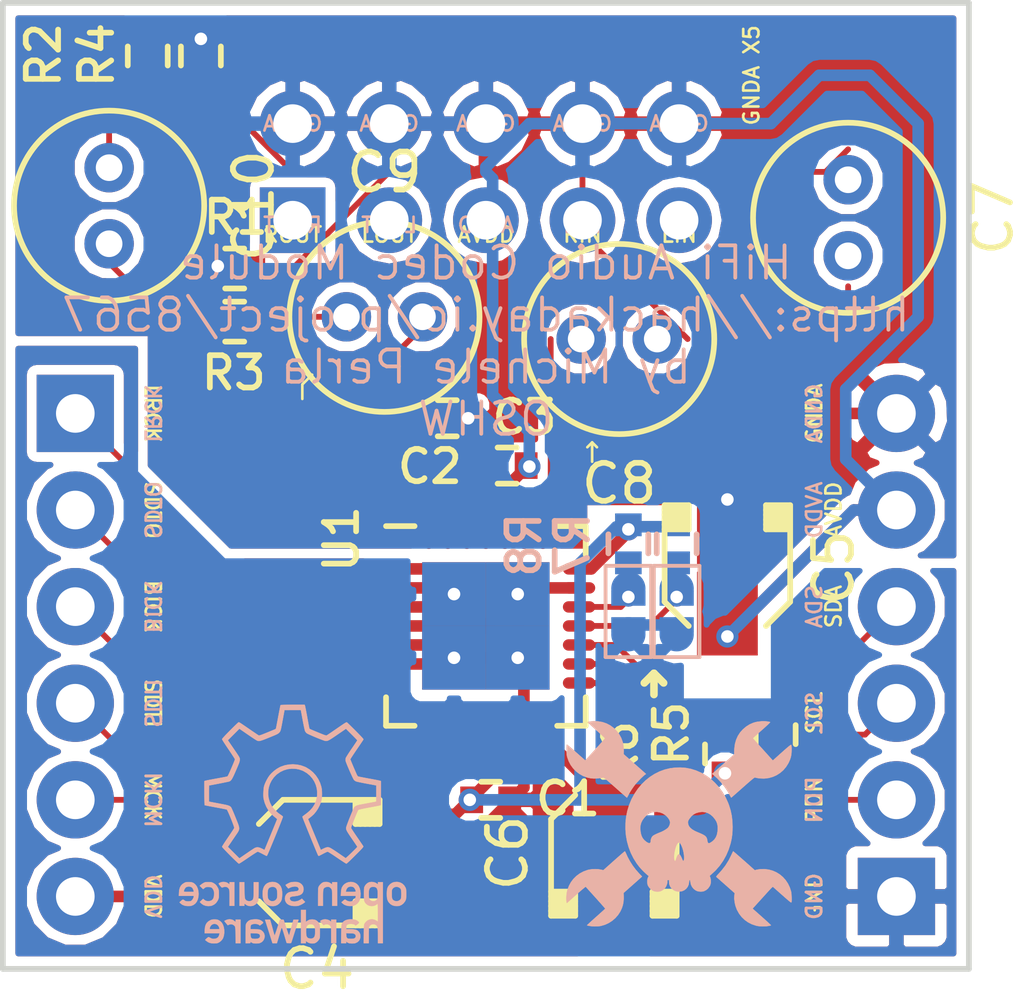
<source format=kicad_pcb>
(kicad_pcb (version 4) (host pcbnew "(2015-08-16 BZR 6097, Git b384c94)-product")
  (title_block (title HiFiAudioCodecModule) (company "Michele Perla") (comment 1 "Hackaday project page: https://hackaday.io/project/8567-hifi-audio-codec-module") (comment 2 "GitHub repo: https://github.com/MickMad/HiFiAudioCodecModule"))
  (layers (0 F.Cu signal) (31 B.Cu signal) (34 B.Paste user hide) (35 F.Paste user hide) (36 B.SilkS user) (37 F.SilkS user) (38 B.Mask user) (39 F.Mask user) (44 Edge.Cuts user))
  (net 0 "")
  (net 1 VDD)
  (net 2 GND)
  (net 3 AVDD)
  (net 4 GNDA)
  (net 5 VCOM)
  (net 6 VDD18)
  (net 7 LIN)
  (net 8 LIN-CON)
  (net 9 RIN)
  (net 10 RIN-CON)
  (net 11 LOUT)
  (net 12 "Net-(C9-Pad2)")
  (net 13 ROUT)
  (net 14 "Net-(C10-Pad2)")
  (net 15 CAD0)
  (net 16 CAD1)
  (net 17 LRCK)
  (net 18 SDTO)
  (net 19 BICK)
  (net 20 SDTI)
  (net 21 MCKI)
  (net 22 PDN)
  (net 23 SCL)
  (net 24 SDA)
  (net 25 ROUT-CON)
  (net 26 LOUT-CON)
  (module oshw_logo:LOGO (layer B.Cu) (at 20.32 34.29 180)
    (fp_text reference LOGO1 hide)
    (fp_text value OSHW hide)
  )
  (module hackaday_logo:LOGO (layer B.Cu) (at 30.48 34.29 180)
    (fp_text reference LOGO2 hide)
    (fp_text value HACKADAY hide)
  )
  (module HiFiAudioCodecModule-footprints:Pin_Header_Straight_1x06 (layer F.Cu) (at 14.605 23.495)
    (fp_text reference P1 hide)
    (fp_text value CONN_01X06 hide)
    (pad 1 thru_hole rect (at 0 0) (size 2.032 2.032) (drill 1.016) (layers *.Cu *.Mask) (net 17 LRCK) (clearance 0.0762))
    (pad 2 thru_hole circle (at 0 2.54) (size 2.032 2.032) (drill 1.016) (layers *.Cu *.Mask) (net 18 SDTO) (clearance 0.0762))
    (pad 3 thru_hole circle (at 0 5.08) (size 2.032 2.032) (drill 1.016) (layers *.Cu *.Mask) (net 19 BICK) (clearance 0.0762))
    (pad 4 thru_hole circle (at 0 7.62) (size 2.032 2.032) (drill 1.016) (layers *.Cu *.Mask) (net 20 SDTI) (clearance 0.0762))
    (pad 5 thru_hole circle (at 0 10.16) (size 2.032 2.032) (drill 1.016) (layers *.Cu *.Mask) (net 21 MCKI) (clearance 0.0762))
    (pad 6 thru_hole circle (at 0 12.7) (size 2.032 2.032) (drill 1.016) (layers *.Cu *.Mask) (net 1 VDD) (clearance 0.0762))
  )
  (module HiFiAudioCodecModule-footprints:Pin_Header_Straight_1x06 (layer F.Cu) (at 36.195 36.195 180)
    (fp_text reference P2 hide)
    (fp_text value CONN_01X06 hide)
    (pad 1 thru_hole rect (at 0 0 180) (size 2.032 2.032) (drill 1.016) (layers *.Cu *.Mask) (net 2 GND) (clearance 0.0762))
    (pad 2 thru_hole circle (at 0 2.54 180) (size 2.032 2.032) (drill 1.016) (layers *.Cu *.Mask) (net 22 PDN) (clearance 0.0762))
    (pad 3 thru_hole circle (at 0 5.08 180) (size 2.032 2.032) (drill 1.016) (layers *.Cu *.Mask) (net 23 SCL) (clearance 0.0762))
    (pad 4 thru_hole circle (at 0 7.62 180) (size 2.032 2.032) (drill 1.016) (layers *.Cu *.Mask) (net 24 SDA) (clearance 0.0762))
    (pad 5 thru_hole circle (at 0 10.16 180) (size 2.032 2.032) (drill 1.016) (layers *.Cu *.Mask) (net 3 AVDD) (clearance 0.0762))
    (pad 6 thru_hole circle (at 0 12.7 180) (size 2.032 2.032) (drill 1.016) (layers *.Cu *.Mask) (net 4 GNDA) (clearance 0.0762))
  )
  (module HiFiAudioCodecModule-footprints:Pin_Header_Straight_2x05 (layer F.Cu) (at 20.32 17.145 90)
    (fp_text reference P3 hide)
    (fp_text value CONN_02X05 hide)
    (pad 1 thru_hole rect (at -1.27 0 90) (size 1.7272 1.7272) (drill 1.016) (layers *.Cu *.Mask) (net 25 ROUT-CON) (clearance 0.0762))
    (pad 2 thru_hole oval (at 1.27 0 90) (size 1.7272 1.7272) (drill 1.016) (layers *.Cu *.Mask) (net 4 GNDA) (clearance 0.0762))
    (pad 3 thru_hole oval (at -1.27 2.54 90) (size 1.7272 1.7272) (drill 1.016) (layers *.Cu *.Mask) (net 26 LOUT-CON) (clearance 0.0762))
    (pad 4 thru_hole oval (at 1.27 2.54 90) (size 1.7272 1.7272) (drill 1.016) (layers *.Cu *.Mask) (net 4 GNDA) (clearance 0.0762))
    (pad 5 thru_hole oval (at -1.27 5.08 90) (size 1.7272 1.7272) (drill 1.016) (layers *.Cu *.Mask) (net 3 AVDD) (clearance 0.0762))
    (pad 6 thru_hole oval (at 1.27 5.08 90) (size 1.7272 1.7272) (drill 1.016) (layers *.Cu *.Mask) (net 4 GNDA) (clearance 0.0762))
    (pad 7 thru_hole oval (at -1.27 7.62 90) (size 1.7272 1.7272) (drill 1.016) (layers *.Cu *.Mask) (net 10 RIN-CON) (clearance 0.0762))
    (pad 8 thru_hole oval (at 1.27 7.62 90) (size 1.7272 1.7272) (drill 1.016) (layers *.Cu *.Mask) (net 4 GNDA) (clearance 0.0762))
    (pad 9 thru_hole oval (at -1.27 10.16 90) (size 1.7272 1.7272) (drill 1.016) (layers *.Cu *.Mask) (net 8 LIN-CON) (clearance 0.0762))
    (pad 10 thru_hole oval (at 1.27 10.16 90) (size 1.7272 1.7272) (drill 1.016) (layers *.Cu *.Mask) (net 4 GNDA) (clearance 0.0762))
  )
  (module HiFiAudioCodecModule-footprints:R_0402 (layer B.Cu) (at 29.1465 26.924 270)
    (fp_text reference R8 (at 0.0254 2.7432 270) (layer B.SilkS) (effects (font (size 0.85 0.85)) (justify mirror)))
    (fp_text value 1K hide)
    (pad 1 smd rect (at -0.5 0 270) (size 0.6 0.7) (layers B.Cu B.Paste B.Mask) (net 1 VDD) (clearance 0.0762))
    (pad 2 smd rect (at 0.5 0 270) (size 0.6 0.7) (layers B.Cu B.Paste B.Mask) (net 16 CAD1) (clearance 0.0762))
  )
  (module HiFiAudioCodecModule-footprints:R_0402 (layer B.Cu) (at 30.4165 26.924 270)
    (fp_text reference R7 (at 0.0254 2.7432 270) (layer B.SilkS) (effects (font (size 0.85 0.85)) (justify mirror)))
    (fp_text value 1K hide)
    (pad 1 smd rect (at -0.5 0 270) (size 0.6 0.7) (layers B.Cu B.Paste B.Mask) (net 1 VDD) (clearance 0.0762))
    (pad 2 smd rect (at 0.5 0 270) (size 0.6 0.7) (layers B.Cu B.Paste B.Mask) (net 15 CAD0) (clearance 0.0762))
  )
  (module HiFiAudioCodecModule-footprints:R_0402 (layer F.Cu) (at 31.6865 32.4485 90)
    (fp_text reference R6 (at 0.0254 -2.7432 90) (layer F.SilkS) (effects (font (size 0.85 0.85))))
    (fp_text value 1K hide)
    (pad 1 smd rect (at -0.5 0 90) (size 0.6 0.7) (layers F.Cu F.Paste F.Mask) (net 1 VDD) (clearance 0.0762))
    (pad 2 smd rect (at 0.5 0 90) (size 0.6 0.7) (layers F.Cu F.Paste F.Mask) (net 23 SCL) (clearance 0.0762))
  )
  (module HiFiAudioCodecModule-footprints:R_0402 (layer F.Cu) (at 33.02 31.9405 90)
    (fp_text reference R5 (at 0.0254 -2.7432 90) (layer F.SilkS) (effects (font (size 0.85 0.85))))
    (fp_text value 1K hide)
    (pad 1 smd rect (at -0.5 0 90) (size 0.6 0.7) (layers F.Cu F.Paste F.Mask) (net 1 VDD) (clearance 0.0762))
    (pad 2 smd rect (at 0.5 0 90) (size 0.6 0.7) (layers F.Cu F.Paste F.Mask) (net 24 SDA) (clearance 0.0762))
  )
  (module HiFiAudioCodecModule-footprints:R_0402 (layer F.Cu) (at 17.907 14.097 90)
    (fp_text reference R4 (at 0.0254 -2.7432 90) (layer F.SilkS) (effects (font (size 0.85 0.85))))
    (fp_text value 20K hide)
    (pad 1 smd rect (at -0.5 0 90) (size 0.6 0.7) (layers F.Cu F.Paste F.Mask) (net 25 ROUT-CON) (clearance 0.0762))
    (pad 2 smd rect (at 0.5 0 90) (size 0.6 0.7) (layers F.Cu F.Paste F.Mask) (net 4 GNDA) (clearance 0.0762))
  )
  (module HiFiAudioCodecModule-footprints:R_0402 (layer F.Cu) (at 18.796 19.685 180)
    (fp_text reference R3 (at 0.0254 -2.7432 180) (layer F.SilkS) (effects (font (size 0.85 0.85))))
    (fp_text value 20K hide)
    (pad 1 smd rect (at -0.5 0 180) (size 0.6 0.7) (layers F.Cu F.Paste F.Mask) (net 26 LOUT-CON) (clearance 0.0762))
    (pad 2 smd rect (at 0.5 0 180) (size 0.6 0.7) (layers F.Cu F.Paste F.Mask) (net 4 GNDA) (clearance 0.0762))
  )
  (module HiFiAudioCodecModule-footprints:R_0402 (layer F.Cu) (at 16.51 14.097 90)
    (fp_text reference R2 (at 0.0254 -2.7432 90) (layer F.SilkS) (effects (font (size 0.85 0.85))))
    (fp_text value 220 hide)
    (pad 1 smd rect (at -0.5 0 90) (size 0.6 0.7) (layers F.Cu F.Paste F.Mask) (net 25 ROUT-CON) (clearance 0.0762))
    (pad 2 smd rect (at 0.5 0 90) (size 0.6 0.7) (layers F.Cu F.Paste F.Mask) (net 14 "Net-(C10-Pad2)") (clearance 0.0762))
  )
  (module HiFiAudioCodecModule-footprints:R_0402 (layer F.Cu) (at 18.796 21.082)
    (fp_text reference R1 (at 0.0254 -2.7432) (layer F.SilkS) (effects (font (size 0.85 0.85))))
    (fp_text value 220 hide)
    (pad 1 smd rect (at -0.5 0) (size 0.6 0.7) (layers F.Cu F.Paste F.Mask) (net 26 LOUT-CON) (clearance 0.0762))
    (pad 2 smd rect (at 0.5 0) (size 0.6 0.7) (layers F.Cu F.Paste F.Mask) (net 12 "Net-(C9-Pad2)") (clearance 0.0762))
  )
  (module HiFiAudioCodecModule-footprints:C_Radial_D5_L11_P2-bipolar (layer F.Cu) (at 15.494 18.034 270)
    (fp_text reference C10 (at 0 -3.8 270) (layer F.SilkS))
    (fp_text value 1u)
    (pad 1 thru_hole circle (at -1 0 270) (size 1.3 1.3) (drill 0.7) (layers *.Cu *.Mask) (net 13 ROUT) (clearance 0.0762))
    (pad 2 thru_hole circle (at 1 0 270) (size 1.3 1.3) (drill 0.7) (layers *.Cu *.Mask) (net 14 "Net-(C10-Pad2)") (clearance 0.0762))
  )
  (module HiFiAudioCodecModule-footprints:C_Radial_D5_L11_P2-bipolar (layer F.Cu) (at 22.733 20.955)
    (fp_text reference C9 (at 0 -3.8) (layer F.SilkS))
    (fp_text value 1u)
    (pad 1 thru_hole circle (at -1 0) (size 1.3 1.3) (drill 0.7) (layers *.Cu *.Mask) (net 11 LOUT) (clearance 0.0762))
    (pad 2 thru_hole circle (at 1 0) (size 1.3 1.3) (drill 0.7) (layers *.Cu *.Mask) (net 12 "Net-(C9-Pad2)") (clearance 0.0762))
  )
  (module HiFiAudioCodecModule-footprints:C_Radial_D5_L11_P2-bipolar (layer F.Cu) (at 28.9052 21.5392 180)
    (fp_text reference C8 (at 0 -3.8 180) (layer F.SilkS))
    (fp_text value 10u)
    (pad 1 thru_hole circle (at -1 0 180) (size 1.3 1.3) (drill 0.7) (layers *.Cu *.Mask) (net 9 RIN) (clearance 0.0762))
    (pad 2 thru_hole circle (at 1 0 180) (size 1.3 1.3) (drill 0.7) (layers *.Cu *.Mask) (net 10 RIN-CON) (clearance 0.0762))
  )
  (module HiFiAudioCodecModule-footprints:C_Radial_D5_L11_P2-bipolar (layer F.Cu) (at 34.925 18.3515 270)
    (fp_text reference C7 (at 0 -3.8 270) (layer F.SilkS))
    (fp_text value 10u)
    (pad 1 thru_hole circle (at -1 0 270) (size 1.3 1.3) (drill 0.7) (layers *.Cu *.Mask) (net 7 LIN) (clearance 0.0762))
    (pad 2 thru_hole circle (at 1 0 270) (size 1.3 1.3) (drill 0.7) (layers *.Cu *.Mask) (net 8 LIN-CON) (clearance 0.0762))
  )
  (module HiFiAudioCodecModule-footprints:CAP_ELEC_SMD_3x5mm (layer F.Cu) (at 20.955 35.306 180)
    (fp_text reference C4 (at 0 -2.794 180) (layer F.SilkS))
    (fp_text value 10u)
    (pad 1 smd rect (at 1.2 0 180) (size 2.2 1.6) (layers F.Cu F.Paste F.Mask) (net 1 VDD) (clearance 0.0762))
    (pad 2 smd rect (at -1.2 0 180) (size 2.2 1.6) (layers F.Cu F.Paste F.Mask) (net 2 GND) (clearance 0.0762))
  )
  (module HiFiAudioCodecModule-footprints:CAP_ELEC_SMD_3x5mm (layer F.Cu) (at 31.75 27.559 270)
    (fp_text reference C5 (at 0 -2.794 270) (layer F.SilkS))
    (fp_text value 10u)
    (pad 1 smd rect (at 1.2 0 270) (size 2.2 1.6) (layers F.Cu F.Paste F.Mask) (net 3 AVDD) (clearance 0.0762))
    (pad 2 smd rect (at -1.2 0 270) (size 2.2 1.6) (layers F.Cu F.Paste F.Mask) (net 4 GNDA) (clearance 0.0762))
  )
  (module HiFiAudioCodecModule-footprints:CAP_ELEC_SMD_3x5mm (layer F.Cu) (at 28.7655 35.052 90)
    (fp_text reference C6 (at 0 -2.794 90) (layer F.SilkS))
    (fp_text value 1u)
    (pad 1 smd rect (at 1.2 0 90) (size 2.2 1.6) (layers F.Cu F.Paste F.Mask) (net 6 VDD18) (clearance 0.0762))
    (pad 2 smd rect (at -1.2 0 90) (size 2.2 1.6) (layers F.Cu F.Paste F.Mask) (net 2 GND) (clearance 0.0762))
  )
  (module HiFiAudioCodecModule-footprints:C_0402 (layer F.Cu) (at 24.384 23.622)
    (fp_text reference C3 (at 2.032 -0.0254) (layer F.SilkS) (effects (font (size 0.85 0.85))))
    (fp_text value 1u hide)
    (pad 1 smd rect (at -0.5 0) (size 0.6 0.7) (layers F.Cu F.Paste F.Mask) (net 5 VCOM) (clearance 0.0762))
    (pad 2 smd rect (at 0.5 0) (size 0.6 0.7) (layers F.Cu F.Paste F.Mask) (net 4 GNDA) (clearance 0.0762))
  )
  (module HiFiAudioCodecModule-footprints:C_0402 (layer F.Cu) (at 25.527 33.655)
    (fp_text reference C1 (at 2.032 -0.0254) (layer F.SilkS) (effects (font (size 0.85 0.85))))
    (fp_text value 0.1u hide)
    (pad 1 smd rect (at -0.5 0) (size 0.6 0.7) (layers F.Cu F.Paste F.Mask) (net 1 VDD) (clearance 0.0762))
    (pad 2 smd rect (at 0.5 0) (size 0.6 0.7) (layers F.Cu F.Paste F.Mask) (net 2 GND) (clearance 0.0762))
  )
  (module HiFiAudioCodecModule-footprints:C_0402 (layer F.Cu) (at 25.9588 24.8666 180)
    (fp_text reference C2 (at 2.032 -0.0254 180) (layer F.SilkS) (effects (font (size 0.85 0.85))))
    (fp_text value 0.1u hide)
    (pad 1 smd rect (at -0.5 0 180) (size 0.6 0.7) (layers F.Cu F.Paste F.Mask) (net 3 AVDD) (clearance 0.0762))
    (pad 2 smd rect (at 0.5 0 180) (size 0.6 0.7) (layers F.Cu F.Paste F.Mask) (net 4 GNDA) (clearance 0.0762))
  )
  (module HiFiAudioCodecModule-footprints:SMD_Jumper (layer B.Cu) (at 29.1465 28.702 270)
    (fp_text reference JP2 hide)
    (fp_text value Jumper_NO_Small)
    (pad 2 smd circle (at 0.6 0 270) (size 0.9 0.9) (layers B.Cu B.Paste B.Mask) (net 2 GND))
    (pad 1 smd rect (at -0.35 0 270) (size 0.4 0.9) (layers B.Cu B.Paste B.Mask) (net 16 CAD1))
    (pad 2 smd rect (at 0.35 0 270) (size 0.4 0.9) (layers B.Cu B.Paste B.Mask) (net 2 GND))
    (pad 1 smd circle (at -0.6 0 270) (size 0.9 0.9) (layers B.Cu B.Paste B.Mask) (net 16 CAD1))
  )
  (module HiFiAudioCodecModule-footprints:SMD_Jumper (layer B.Cu) (at 30.4165 28.702 270)
    (fp_text reference JP1 hide)
    (fp_text value Jumper_NO_Small)
    (pad 2 smd circle (at 0.6 0 270) (size 0.9 0.9) (layers B.Cu B.Paste B.Mask) (net 2 GND))
    (pad 1 smd rect (at -0.35 0 270) (size 0.4 0.9) (layers B.Cu B.Paste B.Mask) (net 15 CAD0))
    (pad 2 smd rect (at 0.35 0 270) (size 0.4 0.9) (layers B.Cu B.Paste B.Mask) (net 2 GND))
    (pad 1 smd circle (at -0.6 0 270) (size 0.9 0.9) (layers B.Cu B.Paste B.Mask) (net 15 CAD0))
  )
  (module HiFiAudioCodecModule-footprints:QFN-28-2xEP_5x5mm_Pitch0.5mm (layer F.Cu) (at 25.4 29.083)
    (fp_text reference U1 (at -3.7973 -2.286 90) (layer F.SilkS) (effects (font (size 0.85 0.85))))
    (fp_text value AK4558EN hide)
    (pad 1 smd oval (at -2.45 -1.5) (size 0.85 0.3) (layers F.Cu F.Paste F.Mask) (net 2 GND) (clearance 0.0762))
    (pad 2 smd oval (at -2.45 -1) (size 0.85 0.3) (layers F.Cu F.Paste F.Mask) (net 2 GND) (clearance 0.0762))
    (pad 3 smd oval (at -2.45 -0.5) (size 0.85 0.3) (layers F.Cu F.Paste F.Mask) (net 2 GND) (clearance 0.0762))
    (pad 4 smd oval (at -2.45 0) (size 0.85 0.3) (layers F.Cu F.Paste F.Mask) (net 2 GND) (clearance 0.0762))
    (pad 5 smd oval (at -2.45 0.5) (size 0.85 0.3) (layers F.Cu F.Paste F.Mask) (net 2 GND) (clearance 0.0762))
    (pad 6 smd oval (at -2.45 1) (size 0.85 0.3) (layers F.Cu F.Paste F.Mask) (net 2 GND) (clearance 0.0762))
    (pad 7 smd oval (at -2.45 1.5) (size 0.85 0.3) (layers F.Cu F.Paste F.Mask) (net 17 LRCK) (clearance 0.0762))
    (pad 8 smd oval (at -1.5 2.45 90) (size 0.85 0.3) (layers F.Cu F.Paste F.Mask) (net 18 SDTO) (clearance 0.0762))
    (pad 9 smd oval (at -1 2.45 90) (size 0.85 0.3) (layers F.Cu F.Paste F.Mask) (net 19 BICK) (clearance 0.0762))
    (pad 10 smd oval (at -0.5 2.45 90) (size 0.85 0.3) (layers F.Cu F.Paste F.Mask) (net 20 SDTI) (clearance 0.0762))
    (pad 11 smd oval (at 0 2.45 90) (size 0.85 0.3) (layers F.Cu F.Paste F.Mask) (net 21 MCKI) (clearance 0.0762))
    (pad 12 smd oval (at 0.5 2.45 90) (size 0.85 0.3) (layers F.Cu F.Paste F.Mask) (net 1 VDD) (clearance 0.0762))
    (pad 13 smd oval (at 1 2.45 90) (size 0.85 0.3) (layers F.Cu F.Paste F.Mask) (net 2 GND) (clearance 0.0762))
    (pad 14 smd oval (at 1.5 2.45 90) (size 0.85 0.3) (layers F.Cu F.Paste F.Mask) (net 6 VDD18) (clearance 0.0762))
    (pad 15 smd oval (at 2.45 1.5) (size 0.85 0.3) (layers F.Cu F.Paste F.Mask) (net 22 PDN) (clearance 0.0762))
    (pad 16 smd oval (at 2.45 1) (size 0.85 0.3) (layers F.Cu F.Paste F.Mask) (net 23 SCL) (clearance 0.0762))
    (pad 17 smd oval (at 2.45 0.5) (size 0.85 0.3) (layers F.Cu F.Paste F.Mask) (net 24 SDA) (clearance 0.0762))
    (pad 18 smd oval (at 2.45 0) (size 0.85 0.3) (layers F.Cu F.Paste F.Mask) (net 15 CAD0) (clearance 0.0762))
    (pad 19 smd oval (at 2.45 -0.5) (size 0.85 0.3) (layers F.Cu F.Paste F.Mask) (net 16 CAD1) (clearance 0.0762))
    (pad 20 smd oval (at 2.45 -1) (size 0.85 0.3) (layers F.Cu F.Paste F.Mask) (net 2 GND) (clearance 0.0762))
    (pad 21 smd oval (at 2.45 -1.5) (size 0.85 0.3) (layers F.Cu F.Paste F.Mask) (net 1 VDD) (clearance 0.0762))
    (pad 22 smd oval (at 1.5 -2.45 90) (size 0.85 0.3) (layers F.Cu F.Paste F.Mask) (net 7 LIN) (clearance 0.0762))
    (pad 23 smd oval (at 1 -2.45 90) (size 0.85 0.3) (layers F.Cu F.Paste F.Mask) (net 9 RIN) (clearance 0.0762))
    (pad 24 smd oval (at 0.5 -2.45 90) (size 0.85 0.3) (layers F.Cu F.Paste F.Mask) (net 3 AVDD) (clearance 0.0762))
    (pad 25 smd oval (at 0 -2.45 90) (size 0.85 0.3) (layers F.Cu F.Paste F.Mask) (net 4 GNDA) (clearance 0.0762))
    (pad 26 smd oval (at -0.5 -2.45 90) (size 0.85 0.3) (layers F.Cu F.Paste F.Mask) (net 5 VCOM) (clearance 0.0762))
    (pad 27 smd oval (at -1 -2.45 90) (size 0.85 0.3) (layers F.Cu F.Paste F.Mask) (net 11 LOUT) (clearance 0.0762))
    (pad 28 smd oval (at -1.5 -2.45 90) (size 0.85 0.3) (layers F.Cu F.Paste F.Mask) (net 13 ROUT) (clearance 0.0762))
    (pad 29 smd rect (at 0.8375 0.8375) (size 1.675 1.675) (layers *.Cu *.Mask F.Paste) (net 2 GND) (clearance 0.0762))
    (pad 29 smd rect (at 0.8375 -0.8375) (size 1.675 1.675) (layers *.Cu *.Mask F.Paste) (net 2 GND) (clearance 0.0762))
    (pad 29 smd rect (at -0.8375 0.8375) (size 1.675 1.675) (layers *.Cu *.Mask F.Paste) (net 2 GND) (clearance 0.0762))
    (pad 29 smd rect (at -0.8375 -0.8375) (size 1.675 1.675) (layers *.Cu *.Mask F.Paste) (net 2 GND) (clearance 0.0762))
  )
  (gr_text GNDA (at 34.036 23.495 90) (layer B.SilkS) (effects (font (size 0.4 0.4) (thickness 0.07)) (justify mirror)))
  (gr_text AVDD (at 34.036 26.035 90) (layer B.SilkS) (effects (font (size 0.4 0.4) (thickness 0.07)) (justify mirror)))
  (gr_text SDA (at 34.036 28.575 90) (layer B.SilkS) (effects (font (size 0.4 0.4) (thickness 0.07)) (justify mirror)))
  (gr_text SCL (at 34.036 31.369 90) (layer B.SilkS) (effects (font (size 0.4 0.4) (thickness 0.07)) (justify mirror)))
  (gr_text PDN (at 34.036 33.655 90) (layer B.SilkS) (effects (font (size 0.4 0.4) (thickness 0.07)) (justify mirror)))
  (gr_text GND (at 34.036 36.195 90) (layer B.SilkS) (effects (font (size 0.4 0.4) (thickness 0.07)) (justify mirror)))
  (gr_text VDD (at 16.637 36.195 270) (layer B.SilkS) (effects (font (size 0.4 0.4) (thickness 0.07)) (justify mirror)))
  (gr_text MCKI (at 16.637 33.655 270) (layer B.SilkS) (effects (font (size 0.4 0.4) (thickness 0.07)) (justify mirror)))
  (gr_text SDTI (at 16.637 31.115 270) (layer B.SilkS) (effects (font (size 0.4 0.4) (thickness 0.07)) (justify mirror)))
  (gr_text "BICK\n" (at 16.637 28.575 270) (layer B.SilkS) (effects (font (size 0.4 0.4) (thickness 0.07)) (justify mirror)))
  (gr_text SDTO (at 16.637 26.035 270) (layer B.SilkS) (effects (font (size 0.4 0.4) (thickness 0.07)) (justify mirror)))
  (gr_text LRCK (at 16.637 23.495 270) (layer B.SilkS) (effects (font (size 0.4 0.4) (thickness 0.07)) (justify mirror)))
  (gr_text "GNDA X5\n" (at 32.385 14.605 90) (layer F.SilkS) (effects (font (size 0.4 0.4) (thickness 0.07))))
  (gr_text LIN (at 30.48 18.796) (layer F.SilkS) (effects (font (size 0.4 0.4) (thickness 0.07))))
  (gr_text RIN (at 27.94 18.796) (layer F.SilkS) (effects (font (size 0.4 0.4) (thickness 0.07))))
  (gr_text AVDD (at 25.4 18.796) (layer F.SilkS) (effects (font (size 0.4 0.4) (thickness 0.07))))
  (gr_text LOUT (at 22.86 18.796) (layer F.SilkS) (effects (font (size 0.4 0.4) (thickness 0.07))))
  (gr_text ROUT (at 20.32 18.796) (layer F.SilkS) (effects (font (size 0.4 0.4) (thickness 0.07))))
  (gr_text GNDA (at 30.48 15.875) (layer B.SilkS) (effects (font (size 0.4 0.4) (thickness 0.07)) (justify mirror)))
  (gr_text GNDA (at 27.94 15.875) (layer B.SilkS) (effects (font (size 0.4 0.4) (thickness 0.07)) (justify mirror)))
  (gr_text GNDA (at 25.4 15.875) (layer B.SilkS) (effects (font (size 0.4 0.4) (thickness 0.07)) (justify mirror)))
  (gr_text GNDA (at 22.86 15.875) (layer B.SilkS) (effects (font (size 0.4 0.4) (thickness 0.07)) (justify mirror)))
  (gr_text GNDA (at 20.32 15.875) (layer B.SilkS) (effects (font (size 0.4 0.4) (thickness 0.07)) (justify mirror)))
  (gr_text LIN (at 30.48 18.542) (layer B.SilkS) (effects (font (size 0.4 0.4) (thickness 0.07)) (justify mirror)))
  (gr_text RIN (at 27.94 18.542) (layer B.SilkS) (effects (font (size 0.4 0.4) (thickness 0.07)) (justify mirror)))
  (gr_text AVDD (at 25.4 18.542) (layer B.SilkS) (effects (font (size 0.4 0.4) (thickness 0.07)) (justify mirror)))
  (gr_text LOUT (at 22.86 18.542) (layer B.SilkS) (effects (font (size 0.4 0.4) (thickness 0.07)) (justify mirror)))
  (gr_text ROUT (at 20.32 18.542) (layer B.SilkS) (effects (font (size 0.4 0.4) (thickness 0.07)) (justify mirror)))
  (gr_line (start 20.828 22.479) (end 20.828 22.606) (angle 90) (layer F.SilkS) (width 0.07))
  (gr_line (start 20.701 22.479) (end 20.828 22.479) (angle 90) (layer F.SilkS) (width 0.07))
  (gr_line (start 20.828 22.479) (end 20.701 22.479) (angle 90) (layer F.SilkS) (width 0.07))
  (gr_line (start 20.574 22.733) (end 20.828 22.479) (angle 90) (layer F.SilkS) (width 0.07))
  (gr_line (start 20.574 23.114) (end 20.574 22.733) (angle 90) (layer F.SilkS) (width 0.07))
  (gr_line (start 28.194 24.257) (end 28.321 24.384) (angle 90) (layer F.SilkS) (width 0.07))
  (gr_line (start 28.194 24.257) (end 28.067 24.384) (angle 90) (layer F.SilkS) (width 0.07))
  (gr_line (start 28.194 24.765) (end 28.194 24.257) (angle 90) (layer F.SilkS) (width 0.07))
  (gr_text GNDA (at 34.036 23.495 90) (layer F.SilkS) (effects (font (size 0.4 0.4) (thickness 0.07))))
  (gr_text AVDD (at 34.544 26.035 90) (layer F.SilkS) (effects (font (size 0.4 0.4) (thickness 0.07))))
  (gr_text SDA (at 34.544 28.575 90) (layer F.SilkS) (effects (font (size 0.4 0.4) (thickness 0.07))))
  (gr_text SCL (at 34.036 31.369 90) (layer F.SilkS) (effects (font (size 0.4 0.4) (thickness 0.07))))
  (gr_text PDN (at 34.036 33.655 90) (layer F.SilkS) (effects (font (size 0.4 0.4) (thickness 0.07))))
  (gr_text GND (at 34.036 36.195 90) (layer F.SilkS) (effects (font (size 0.4 0.4) (thickness 0.07))))
  (gr_text VDD (at 16.637 36.195 270) (layer F.SilkS) (effects (font (size 0.4 0.4) (thickness 0.07))))
  (gr_text MCKI (at 16.637 33.655 270) (layer F.SilkS) (effects (font (size 0.4 0.4) (thickness 0.07))))
  (gr_text SDTI (at 16.637 31.115 270) (layer F.SilkS) (effects (font (size 0.4 0.4) (thickness 0.07))))
  (gr_text "BICK\n" (at 16.637 28.575 270) (layer F.SilkS) (effects (font (size 0.4 0.4) (thickness 0.07))))
  (gr_text SDTO (at 16.637 26.035 270) (layer F.SilkS) (effects (font (size 0.4 0.4) (thickness 0.07))))
  (gr_text LRCK (at 16.637 23.495 270) (layer F.SilkS) (effects (font (size 0.4 0.4) (thickness 0.07))))
  (gr_text "HiFi Audio Codec Module\nhttps://hackaday.io/project/8567\nby Michele Perla\nOSHW" (at 25.4 21.59) (layer B.SilkS) (effects (font (size 0.85 0.85) (thickness 0.1)) (justify mirror)))
  (gr_line (start 29.8196 30.3276) (end 30.0736 30.5816) (angle 90) (layer F.SilkS) (width 0.2))
  (gr_line (start 29.7688 30.3784) (end 29.8196 30.3276) (angle 90) (layer F.SilkS) (width 0.2))
  (gr_line (start 29.5656 30.5816) (end 29.7688 30.3784) (angle 90) (layer F.SilkS) (width 0.2))
  (gr_line (start 29.8196 30.8864) (end 29.8196 30.5308) (angle 90) (layer F.SilkS) (width 0.2))
  (gr_line (start 12.7 38.1) (end 12.7 12.7) (angle 90) (layer Edge.Cuts) (width 0.15))
  (gr_line (start 38.1 38.1) (end 12.7 38.1) (angle 90) (layer Edge.Cuts) (width 0.15))
  (gr_line (start 38.1 12.7) (end 38.1 38.1) (angle 90) (layer Edge.Cuts) (width 0.15))
  (gr_line (start 12.7 12.7) (end 38.1 12.7) (angle 90) (layer Edge.Cuts) (width 0.15))
  (segment (start 14.605 36.195) (end 18.26514 36.195) (width 0.3048) (layer F.Cu) (net 1))
  (segment (start 18.26514 36.195) (end 19.15414 35.306) (width 0.3048) (layer F.Cu) (net 1))
  (segment (start 24.595998 34.036002) (end 24.977 33.655) (width 0.3048) (layer F.Cu) (net 1))
  (segment (start 18.26514 36.195) (end 20.424138 34.036002) (width 0.3048) (layer F.Cu) (net 1))
  (segment (start 20.424138 34.036002) (end 24.595998 34.036002) (width 0.3048) (layer F.Cu) (net 1))
  (segment (start 27.8765 27.432) (end 27.8765 33.655) (width 0.3048) (layer B.Cu) (net 1))
  (segment (start 28.829 26.4795) (end 27.8765 27.432) (width 0.3048) (layer B.Cu) (net 1))
  (segment (start 29.141 26.4795) (end 28.829 26.4795) (width 0.3048) (layer B.Cu) (net 1))
  (segment (start 27.813 33.5915) (end 27.7495 33.655) (width 0.3048) (layer B.Cu) (net 1))
  (segment (start 27.813 33.655) (end 27.813 33.5915) (width 0.3048) (layer B.Cu) (net 1))
  (segment (start 27.8765 33.655) (end 27.813 33.655) (width 0.3048) (layer B.Cu) (net 1))
  (segment (start 29.1465 26.474) (end 29.141 26.4795) (width 0.3048) (layer B.Cu) (net 1))
  (via (at 24.977 33.655) (size 0.5842) (drill 0.3302) (layers F.Cu B.Cu) (net 1))
  (segment (start 27.051 33.655) (end 24.977 33.655) (width 0.3048) (layer B.Cu) (net 1))
  (segment (start 27.051 33.655) (end 27.7495 33.655) (width 0.3048) (layer B.Cu) (net 1))
  (segment (start 31.6865 32.8985) (end 31.6865 32.9565) (width 0.3048) (layer F.Cu) (net 1))
  (segment (start 27.7495 33.655) (end 30.988 33.655) (width 0.3048) (layer B.Cu) (net 1))
  (segment (start 30.988 33.655) (end 31.6865 32.9565) (width 0.3048) (layer B.Cu) (net 1))
  (via (at 31.6865 32.9565) (size 0.5842) (drill 0.3302) (layers F.Cu B.Cu) (net 1))
  (segment (start 25.9 31.533) (end 25.9 32.732) (width 0.3048) (layer F.Cu) (net 1))
  (segment (start 25.9 32.732) (end 24.977 33.655) (width 0.3048) (layer F.Cu) (net 1))
  (segment (start 33.02 32.3905) (end 32.512 32.8985) (width 0.3048) (layer F.Cu) (net 1))
  (segment (start 32.512 32.8985) (end 31.6865 32.8985) (width 0.3048) (layer F.Cu) (net 1))
  (segment (start 19.15414 35.306) (end 19.685002 35.306) (width 0.3048) (layer F.Cu) (net 1))
  (segment (start 27.85 27.583) (end 28.17 27.583) (width 0.3048) (layer F.Cu) (net 1))
  (segment (start 28.17 27.583) (end 29.21 26.543) (width 0.3048) (layer F.Cu) (net 1))
  (via (at 29.1465 26.543) (size 0.5842) (drill 0.3302) (layers F.Cu B.Cu) (net 1))
  (segment (start 29.1465 26.543) (end 29.1465 26.474) (width 0.3048) (layer B.Cu) (net 1))
  (segment (start 29.1465 26.474) (end 30.4165 26.474) (width 0.3048) (layer B.Cu) (net 1))
  (segment (start 26.4 31.533) (end 26.4 33.332) (width 0.3048) (layer F.Cu) (net 2))
  (segment (start 26.4 33.332) (end 26.077 33.655) (width 0.3048) (layer F.Cu) (net 2))
  (segment (start 22.75586 35.306) (end 24.4387 35.2933) (width 0.3048) (layer F.Cu) (net 2))
  (segment (start 24.4387 35.2933) (end 26.077 33.655) (width 0.3048) (layer F.Cu) (net 2))
  (segment (start 26.077 33.655) (end 26.077 33.86464) (width 0.3048) (layer F.Cu) (net 2))
  (segment (start 26.077 33.86464) (end 28.7655 36.55314) (width 0.3048) (layer F.Cu) (net 2))
  (segment (start 22.95 29.083) (end 25.4 29.083) (width 0.3048) (layer F.Cu) (net 2))
  (segment (start 25.4 29.083) (end 26.2375 29.9205) (width 0.3048) (layer F.Cu) (net 2))
  (segment (start 22.95 27.583) (end 23.9 27.583) (width 0.3048) (layer F.Cu) (net 2))
  (segment (start 23.9 27.583) (end 24.5625 28.2455) (width 0.3048) (layer F.Cu) (net 2))
  (segment (start 22.95 28.083) (end 24.4 28.083) (width 0.3048) (layer F.Cu) (net 2))
  (segment (start 24.4 28.083) (end 24.5625 28.2455) (width 0.3048) (layer F.Cu) (net 2))
  (segment (start 22.95 28.583) (end 24.225 28.583) (width 0.3048) (layer F.Cu) (net 2))
  (segment (start 24.225 28.583) (end 24.5625 28.2455) (width 0.3048) (layer F.Cu) (net 2))
  (segment (start 22.95 29.583) (end 24.225 29.583) (width 0.3048) (layer F.Cu) (net 2))
  (segment (start 24.225 29.583) (end 24.5625 29.9205) (width 0.3048) (layer F.Cu) (net 2))
  (via (at 26.2375 28.2455) (size 0.5842) (drill 0.3302) (layers F.Cu B.Cu) (net 2))
  (segment (start 26.2375 28.2455) (end 26.2382 28.2448) (width 0.3048) (layer B.Cu) (net 2))
  (via (at 26.2375 29.9205) (size 0.5842) (drill 0.3302) (layers F.Cu B.Cu) (net 2))
  (segment (start 26.2375 29.9205) (end 26.2382 29.9212) (width 0.3048) (layer B.Cu) (net 2))
  (via (at 24.5625 29.9205) (size 0.5842) (drill 0.3302) (layers F.Cu B.Cu) (net 2))
  (segment (start 24.5625 29.9205) (end 24.5618 29.9212) (width 0.3048) (layer B.Cu) (net 2))
  (via (at 24.5625 28.2455) (size 0.5842) (drill 0.3302) (layers F.Cu B.Cu) (net 2))
  (segment (start 24.5625 29.9205) (end 24.5625 28.2455) (width 0.3048) (layer F.Cu) (net 2))
  (segment (start 24.5625 28.2455) (end 24.5618 28.2448) (width 0.3048) (layer B.Cu) (net 2))
  (segment (start 29.1465 29.0576) (end 30.4165 29.0576) (width 0.3048) (layer B.Cu) (net 2))
  (segment (start 35.941 35.941) (end 36.195 36.195) (width 0.3048) (layer F.Cu) (net 2))
  (segment (start 26.4 28.083) (end 26.2375 28.2455) (width 0.3048) (layer F.Cu) (net 2))
  (segment (start 27.85 28.083) (end 26.4 28.083) (width 0.3048) (layer F.Cu) (net 2))
  (segment (start 26.4 31.533) (end 26.4 30.083) (width 0.3048) (layer F.Cu) (net 2))
  (segment (start 26.4 30.083) (end 26.2375 29.9205) (width 0.3048) (layer F.Cu) (net 2))
  (segment (start 22.95 30.083) (end 24.4 30.083) (width 0.3048) (layer F.Cu) (net 2))
  (segment (start 24.4 30.083) (end 24.5625 29.9205) (width 0.3048) (layer F.Cu) (net 2))
  (segment (start 24.5625 29.9205) (end 26.2375 28.2455) (width 0.3048) (layer F.Cu) (net 2))
  (segment (start 26.2375 28.2455) (end 26.2375 29.9205) (width 0.3048) (layer F.Cu) (net 2))
  (segment (start 26.2375 29.9205) (end 24.5625 29.9205) (width 0.3048) (layer F.Cu) (net 2))
  (via (at 31.75 29.35986) (size 0.5842) (drill 0.3302) (layers F.Cu B.Cu) (net 3))
  (segment (start 35.07486 26.035) (end 31.75 29.35986) (width 0.3048) (layer F.Cu) (net 3))
  (segment (start 36.195 26.035) (end 35.07486 26.035) (width 0.3048) (layer F.Cu) (net 3))
  (segment (start 35.07486 26.035) (end 36.195 26.035) (width 0.3048) (layer B.Cu) (net 3))
  (segment (start 31.75 29.35986) (end 35.07486 26.035) (width 0.3048) (layer B.Cu) (net 3))
  (segment (start 25.4 17.145) (end 25.4 17.018) (width 0.3048) (layer B.Cu) (net 3))
  (segment (start 25.4 17.018) (end 26.543 15.875) (width 0.3048) (layer B.Cu) (net 3))
  (segment (start 34.8615 24.7015) (end 36.195 26.035) (width 0.3048) (layer B.Cu) (net 3))
  (segment (start 34.8615 22.86) (end 34.8615 24.7015) (width 0.3048) (layer B.Cu) (net 3))
  (segment (start 36.7665 20.955) (end 34.8615 22.86) (width 0.3048) (layer B.Cu) (net 3))
  (segment (start 36.7665 15.875) (end 36.7665 20.955) (width 0.3048) (layer B.Cu) (net 3))
  (segment (start 35.4965 14.605) (end 36.7665 15.875) (width 0.3048) (layer B.Cu) (net 3))
  (segment (start 34.163 14.605) (end 35.4965 14.605) (width 0.3048) (layer B.Cu) (net 3))
  (segment (start 32.893 15.875) (end 34.163 14.605) (width 0.3048) (layer B.Cu) (net 3))
  (segment (start 26.543 15.875) (end 32.893 15.875) (width 0.3048) (layer B.Cu) (net 3))
  (segment (start 26.543 24.892) (end 26.543 23.9776) (width 0.3048) (layer B.Cu) (net 3))
  (segment (start 25.5778 23.0124) (end 25.5778 17.3228) (width 0.3048) (layer B.Cu) (net 3))
  (segment (start 26.543 23.9776) (end 25.5778 23.0124) (width 0.3048) (layer B.Cu) (net 3))
  (segment (start 25.5778 17.3228) (end 25.4 17.145) (width 0.3048) (layer B.Cu) (net 3))
  (segment (start 26.5176 24.8666) (end 26.5088 24.8666) (width 0.3048) (layer F.Cu) (net 3))
  (segment (start 26.543 24.892) (end 26.5176 24.8666) (width 0.3048) (layer F.Cu) (net 3))
  (via (at 26.543 24.892) (size 0.5842) (drill 0.3302) (layers F.Cu B.Cu) (net 3))
  (segment (start 25.9 26.633) (end 25.9 25.4754) (width 0.3048) (layer F.Cu) (net 3))
  (segment (start 25.9 25.4754) (end 26.5088 24.8666) (width 0.3048) (layer F.Cu) (net 3))
  (via (at 17.907 13.647) (size 0.5842) (drill 0.3302) (layers F.Cu B.Cu) (net 4))
  (segment (start 17.907 13.647) (end 17.907 13.6525) (width 0.3048) (layer B.Cu) (net 4))
  (via (at 18.3515 19.6215) (size 0.5842) (drill 0.3302) (layers F.Cu B.Cu) (net 4))
  (segment (start 18.3515 19.6215) (end 18.346 19.627) (width 0.3048) (layer F.Cu) (net 4))
  (segment (start 18.346 19.627) (end 18.346 19.685) (width 0.3048) (layer F.Cu) (net 4))
  (via (at 24.934 23.622) (size 0.5842) (drill 0.3302) (layers F.Cu B.Cu) (net 4))
  (segment (start 25.4088 24.8666) (end 24.934 24.3918) (width 0.3048) (layer F.Cu) (net 4))
  (segment (start 24.934 23.622) (end 24.934 24.3918) (width 0.3048) (layer F.Cu) (net 4))
  (segment (start 24.934 23.622) (end 24.9555 23.622) (width 0.3048) (layer B.Cu) (net 4))
  (via (at 31.75 25.75814) (size 0.5842) (drill 0.3302) (layers F.Cu B.Cu) (net 4))
  (segment (start 34.01314 23.495) (end 31.75 25.75814) (width 0.3048) (layer F.Cu) (net 4))
  (segment (start 36.195 23.495) (end 34.01314 23.495) (width 0.3048) (layer F.Cu) (net 4))
  (segment (start 31.75 25.75814) (end 31.75 25.781) (width 0.3048) (layer B.Cu) (net 4))
  (segment (start 25.4 26.633) (end 25.4 24.8754) (width 0.3048) (layer F.Cu) (net 4))
  (segment (start 25.4 24.8754) (end 25.4088 24.8666) (width 0.3048) (layer F.Cu) (net 4))
  (segment (start 24.9 26.633) (end 24.9 25.885182) (width 0.3048) (layer F.Cu) (net 5))
  (segment (start 23.834 24.819182) (end 23.834 23.622) (width 0.3048) (layer F.Cu) (net 5))
  (segment (start 24.9 25.885182) (end 23.834 24.819182) (width 0.3048) (layer F.Cu) (net 5))
  (segment (start 26.9 31.533) (end 26.9 31.98) (width 0.3048) (layer F.Cu) (net 6))
  (segment (start 26.9 31.98) (end 28.47086 33.55086) (width 0.3048) (layer F.Cu) (net 6))
  (segment (start 28.47086 33.55086) (end 28.7655 33.55086) (width 0.3048) (layer F.Cu) (net 6))
  (segment (start 26.9 26.633) (end 26.9 26.186) (width 0.1524) (layer F.Cu) (net 7))
  (segment (start 26.9 26.186) (end 30.226 22.86) (width 0.1524) (layer F.Cu) (net 7))
  (segment (start 30.226 22.86) (end 32.893 22.86) (width 0.1524) (layer F.Cu) (net 7))
  (segment (start 32.893 22.86) (end 34.925 20.828) (width 0.1524) (layer F.Cu) (net 8))
  (segment (start 34.925 20.828) (end 34.925 20.15236) (width 0.1524) (layer F.Cu) (net 8))
  (segment (start 30.48 17.145) (end 34.33064 17.145) (width 0.1524) (layer F.Cu) (net 8))
  (segment (start 34.33064 17.145) (end 34.925 16.55064) (width 0.1524) (layer F.Cu) (net 8))
  (segment (start 26.4 26.633) (end 26.4 26.178) (width 0.1524) (layer F.Cu) (net 9))
  (segment (start 26.4 26.178) (end 27.10434 25.47366) (width 0.1524) (layer F.Cu) (net 9))
  (segment (start 27.10434 25.47366) (end 27.10434 21.5392) (width 0.1524) (layer F.Cu) (net 10))
  (segment (start 27.94 17.145) (end 27.94 18.77314) (width 0.1524) (layer F.Cu) (net 10))
  (segment (start 27.94 18.77314) (end 30.70606 21.5392) (width 0.1524) (layer F.Cu) (net 10))
  (segment (start 24.4 26.633) (end 24.4 25.924) (width 0.1524) (layer F.Cu) (net 11))
  (segment (start 23.241 24.765) (end 23.241 21.717) (width 0.1524) (layer F.Cu) (net 11))
  (segment (start 24.4 25.924) (end 23.241 24.765) (width 0.1524) (layer F.Cu) (net 11))
  (segment (start 23.241 21.717) (end 24.003 20.955) (width 0.1524) (layer F.Cu) (net 11))
  (segment (start 24.003 20.955) (end 24.23414 20.955) (width 0.1524) (layer F.Cu) (net 12))
  (segment (start 21.23186 20.955) (end 19.373 20.955) (width 0.1524) (layer F.Cu) (net 12))
  (segment (start 19.373 20.955) (end 19.246 21.082) (width 0.1524) (layer F.Cu) (net 12))
  (segment (start 23.9 26.633) (end 23.9 25.932) (width 0.1524) (layer F.Cu) (net 13))
  (segment (start 23.9 25.932) (end 20.193 22.225) (width 0.1524) (layer F.Cu) (net 13))
  (segment (start 20.193 22.225) (end 18.18386 22.225) (width 0.1524) (layer F.Cu) (net 13))
  (segment (start 18.18386 22.225) (end 15.494 19.53514) (width 0.1524) (layer F.Cu) (net 14))
  (segment (start 15.494 16.53286) (end 15.494 13.97) (width 0.1524) (layer F.Cu) (net 14))
  (segment (start 15.817 13.647) (end 16.51 13.647) (width 0.1524) (layer F.Cu) (net 14))
  (segment (start 15.494 13.97) (end 15.817 13.647) (width 0.1524) (layer F.Cu) (net 14))
  (segment (start 30.4165 28.3464) (end 30.4165 27.374) (width 0.1524) (layer B.Cu) (net 15))
  (segment (start 27.85 29.083) (end 29.718 29.083) (width 0.1524) (layer F.Cu) (net 15))
  (segment (start 30.4165 28.321) (end 30.4165 28.3464) (width 0.1524) (layer B.Cu) (net 15))
  (via (at 30.4165 28.321) (size 0.508) (drill 0.3302) (layers F.Cu B.Cu) (net 15))
  (segment (start 29.718 29.083) (end 30.48 28.321) (width 0.1524) (layer F.Cu) (net 15))
  (segment (start 29.1465 28.3464) (end 29.1465 27.374) (width 0.1524) (layer B.Cu) (net 16))
  (segment (start 27.85 28.583) (end 28.948 28.583) (width 0.1524) (layer F.Cu) (net 16))
  (segment (start 29.1465 28.321) (end 29.1465 28.3464) (width 0.1524) (layer B.Cu) (net 16))
  (via (at 29.1465 28.321) (size 0.508) (drill 0.3302) (layers F.Cu B.Cu) (net 16))
  (segment (start 28.948 28.583) (end 29.21 28.321) (width 0.1524) (layer F.Cu) (net 16))
  (segment (start 22.95 30.583) (end 21.693 30.583) (width 0.1524) (layer F.Cu) (net 17))
  (segment (start 21.693 30.583) (end 14.605 23.495) (width 0.1524) (layer F.Cu) (net 17))
  (segment (start 23.9 31.533) (end 23.9 32.462594) (width 0.1524) (layer F.Cu) (net 18))
  (segment (start 21.310594 32.740594) (end 14.605 26.035) (width 0.1524) (layer F.Cu) (net 18))
  (segment (start 23.622 32.740594) (end 21.310594 32.740594) (width 0.1524) (layer F.Cu) (net 18))
  (segment (start 23.9 32.462594) (end 23.622 32.740594) (width 0.1524) (layer F.Cu) (net 18))
  (segment (start 24.4 31.533) (end 24.4 32.394396) (width 0.1524) (layer F.Cu) (net 19))
  (segment (start 19.075396 33.045396) (end 14.605 28.575) (width 0.1524) (layer F.Cu) (net 19))
  (segment (start 23.749 33.045396) (end 19.075396 33.045396) (width 0.1524) (layer F.Cu) (net 19))
  (segment (start 24.4 32.394396) (end 23.749 33.045396) (width 0.1524) (layer F.Cu) (net 19))
  (segment (start 24.9 31.533) (end 24.9 32.326198) (width 0.1524) (layer F.Cu) (net 20))
  (segment (start 16.840198 33.350198) (end 14.605 31.115) (width 0.1524) (layer F.Cu) (net 20))
  (segment (start 23.876 33.350198) (end 16.840198 33.350198) (width 0.1524) (layer F.Cu) (net 20))
  (segment (start 24.9 32.326198) (end 23.876 33.350198) (width 0.1524) (layer F.Cu) (net 20))
  (segment (start 25.4 31.533) (end 25.4 32.258) (width 0.1524) (layer F.Cu) (net 21))
  (segment (start 24.003 33.655) (end 14.605 33.655) (width 0.1524) (layer F.Cu) (net 21))
  (segment (start 25.4 32.258) (end 24.003 33.655) (width 0.1524) (layer F.Cu) (net 21))
  (segment (start 30.1625 32.4485) (end 31.369 33.655) (width 0.1524) (layer F.Cu) (net 22))
  (segment (start 28.297 30.583) (end 30.1625 32.4485) (width 0.1524) (layer F.Cu) (net 22))
  (segment (start 30.1625 32.4485) (end 30.1625 32.4485) (width 0.1524) (layer F.Cu) (net 22))
  (segment (start 27.85 30.583) (end 28.297 30.583) (width 0.1524) (layer F.Cu) (net 22))
  (segment (start 31.369 33.655) (end 36.195 33.655) (width 0.1524) (layer F.Cu) (net 22))
  (segment (start 27.85 30.583) (end 28.1954 30.583) (width 0.1524) (layer F.Cu) (net 22))
  (segment (start 31.6865 31.9985) (end 31.7445 31.9405) (width 0.1524) (layer F.Cu) (net 23))
  (segment (start 31.7445 31.9405) (end 31.115 31.9405) (width 0.1524) (layer F.Cu) (net 23))
  (segment (start 29.337 30.861) (end 30.4165 31.9405) (width 0.1524) (layer F.Cu) (net 23))
  (segment (start 28.559 30.083) (end 29.337 30.861) (width 0.1524) (layer F.Cu) (net 23))
  (segment (start 27.85 30.083) (end 28.559 30.083) (width 0.1524) (layer F.Cu) (net 23))
  (segment (start 30.4165 31.9405) (end 31.115 31.9405) (width 0.1524) (layer F.Cu) (net 23))
  (segment (start 31.115 31.9405) (end 32.004 31.9405) (width 0.1524) (layer F.Cu) (net 23))
  (segment (start 32.004 31.9405) (end 35.3695 31.9405) (width 0.1524) (layer F.Cu) (net 23))
  (segment (start 35.3695 31.9405) (end 36.195 31.115) (width 0.1524) (layer F.Cu) (net 23))
  (segment (start 33.02 31.4905) (end 33.078 31.4325) (width 0.1524) (layer F.Cu) (net 24))
  (segment (start 33.078 31.4325) (end 33.3375 31.4325) (width 0.1524) (layer F.Cu) (net 24))
  (segment (start 30.6705 31.4325) (end 33.3375 31.4325) (width 0.1524) (layer F.Cu) (net 24))
  (segment (start 33.3375 31.4325) (end 36.195 28.575) (width 0.1524) (layer F.Cu) (net 24))
  (segment (start 27.85 29.583) (end 28.821 29.583) (width 0.1524) (layer F.Cu) (net 24))
  (segment (start 28.821 29.583) (end 30.6705 31.4325) (width 0.1524) (layer F.Cu) (net 24))
  (segment (start 17.907 14.547) (end 17.907 14.732) (width 0.1524) (layer F.Cu) (net 25))
  (segment (start 17.907 14.732) (end 20.32 17.145) (width 0.1524) (layer F.Cu) (net 25))
  (segment (start 16.51 14.547) (end 17.907 14.547) (width 0.1524) (layer F.Cu) (net 25))
  (segment (start 19.246 19.685) (end 20.32 19.685) (width 0.1524) (layer F.Cu) (net 26))
  (segment (start 20.32 19.685) (end 22.86 17.145) (width 0.1524) (layer F.Cu) (net 26))
  (segment (start 18.346 21.082) (end 18.346 20.585) (width 0.1524) (layer F.Cu) (net 26))
  (segment (start 18.346 20.585) (end 19.246 19.685) (width 0.1524) (layer F.Cu) (net 26))
  (zone (net 4) (net_name GNDA) (layer B.Cu) (connect_pads (clearance 0.254)) (min_thickness 0.1524) (fill yes (arc_segments 16) (thermal_gap 0.3048) (thermal_bridge_width 0.381))
    (polygon (pts (xy 37.9095 27.305) (xy 34.163 27.305) (xy 32.639 28.829) (xy 32.639 30.734) (xy 30.861 30.734) (xy 30.861 25.908) (xy 28.067 25.908) (xy 28.067 27.051) (xy 18.669 27.051) (xy 16.51 24.892) (xy 16.51 21.463) (xy 12.8905 21.463) (xy 12.8905 12.8905) (xy 37.9095 12.8905) (xy 37.9095 27.305)))
  )
  (zone (net 2) (net_name GND) (layer B.Cu) (connect_pads (clearance 0.254)) (min_thickness 0.1524) (fill yes (arc_segments 16) (thermal_gap 0.3048) (thermal_bridge_width 0.381))
    (polygon (pts (xy 12.8905 21.717) (xy 16.256 21.717) (xy 16.256 25.019) (xy 18.542 27.305) (xy 28.321 27.305) (xy 28.321 26.162) (xy 30.607 26.162) (xy 30.607 30.988) (xy 32.893 30.988) (xy 32.893 28.956) (xy 34.29 27.559) (xy 37.9095 27.559) (xy 37.9095 37.9095) (xy 12.8905 37.9095)))
  )
  (zone (net 4) (net_name GNDA) (layer F.Cu) (connect_pads (clearance 0.254)) (min_thickness 0.1524) (fill yes (arc_segments 16) (thermal_gap 0.3048) (thermal_bridge_width 0.381))
    (polygon (pts (xy 37.9095 27.305) (xy 34.163 27.305) (xy 32.639 28.829) (xy 32.639 30.734) (xy 30.861 30.734) (xy 30.861 25.908) (xy 28.067 25.908) (xy 28.067 27.051) (xy 18.669 27.051) (xy 16.51 24.892) (xy 16.51 21.463) (xy 12.8905 21.463) (xy 12.8905 12.8905) (xy 37.9095 12.8905) (xy 37.9095 27.305)))
  )
  (zone (net 2) (net_name GND) (layer F.Cu) (connect_pads (clearance 0.254)) (min_thickness 0.1524) (fill yes (arc_segments 16) (thermal_gap 0.3048) (thermal_bridge_width 0.381))
    (polygon (pts (xy 18.542 27.305) (xy 28.321 27.305) (xy 28.321 26.162) (xy 30.607 26.162) (xy 30.607 30.988) (xy 32.893 30.988) (xy 32.893 28.956) (xy 34.29 27.559) (xy 37.9095 27.559) (xy 37.9095 37.9095) (xy 12.8905 37.9095) (xy 12.8905 21.717) (xy 16.256 21.717) (xy 16.256 25.019)))
  )
  (zone (net 0) (net_name "") (layer F.Cu) (connect_pads thru_hole_only (clearance 0.254)) (min_thickness 0.1524)
    (keepout (tracks allowed) (vias allowed) (copperpour not_allowed))
    (fill (arc_segments 16) (thermal_gap 0.0254) (thermal_bridge_width 0.254))
    (polygon (pts (xy 23.5712 27.4828) (xy 23.5712 30.9118) (xy 27.2288 30.9118) (xy 27.2288 27.2542) (xy 23.5712 27.2542)))
  )
  (zone (net 0) (net_name "") (layer B.Cu) (connect_pads thru_hole_only (clearance 0.254)) (min_thickness 0.1524)
    (keepout (tracks allowed) (vias allowed) (copperpour not_allowed))
    (fill (arc_segments 16) (thermal_gap 0.0254) (thermal_bridge_width 0.254))
    (polygon (pts (xy 23.5712 27.4828) (xy 23.5712 30.9118) (xy 27.2288 30.9118) (xy 27.2288 27.2542) (xy 23.5712 27.2542)))
  )
)
</source>
